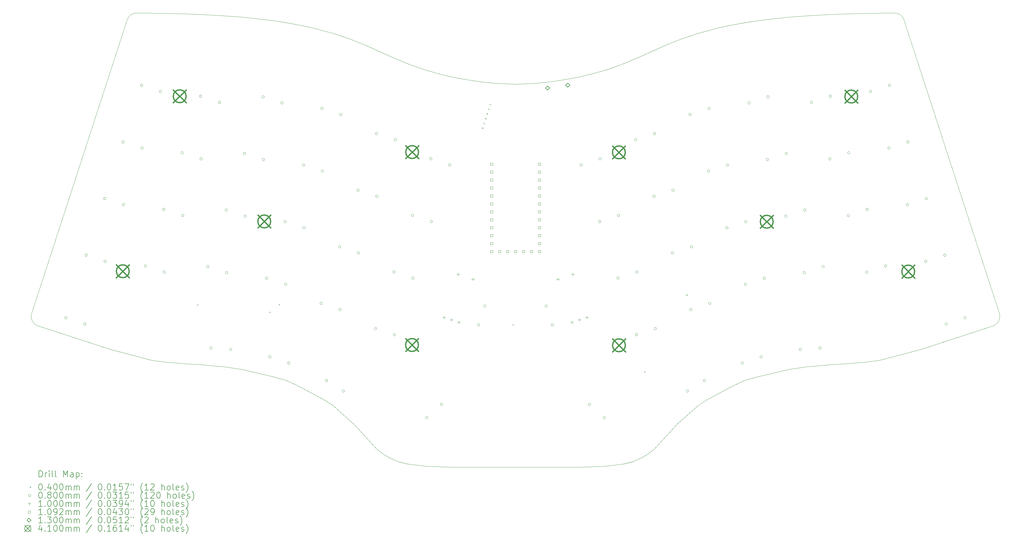
<source format=gbr>
%FSLAX45Y45*%
G04 Gerber Fmt 4.5, Leading zero omitted, Abs format (unit mm)*
G04 Created by KiCad (PCBNEW (6.0.2-0)) date 2022-02-19 09:02:35*
%MOMM*%
%LPD*%
G01*
G04 APERTURE LIST*
%TA.AperFunction,Profile*%
%ADD10C,0.099999*%
%TD*%
%TA.AperFunction,Profile*%
%ADD11C,0.100000*%
%TD*%
%ADD12C,0.200000*%
%ADD13C,0.040000*%
%ADD14C,0.080000*%
%ADD15C,0.100000*%
%ADD16C,0.109220*%
%ADD17C,0.130000*%
%ADD18C,0.410000*%
G04 APERTURE END LIST*
D10*
X19536736Y-6339585D02*
X19928690Y-6371445D01*
X32833798Y-4191490D02*
X32859195Y-4216890D01*
X14336450Y-4674709D02*
X14713937Y-4777511D01*
X31078505Y-4145172D02*
X31891224Y-4128079D01*
X27833691Y-15883053D02*
X28265552Y-15756319D01*
D11*
X23964996Y-18553865D02*
X23331656Y-18628849D01*
D10*
X14686880Y-16690773D02*
X15057721Y-17020973D01*
X25382575Y-5116544D02*
X25595538Y-5032484D01*
X32904913Y-4277850D02*
X32920157Y-4308330D01*
X16267203Y-5393642D02*
X16667279Y-5573523D01*
D11*
X20512255Y-18654249D02*
X19394656Y-18654249D01*
D10*
X27376489Y-16098953D02*
X27833691Y-15883053D01*
X30627692Y-15375053D02*
X30945209Y-15352584D01*
X31891224Y-4128079D02*
X32386660Y-4122621D01*
X29853009Y-15438785D02*
X29268790Y-15527453D01*
X30627692Y-15375053D02*
X29853009Y-15438785D01*
X24357232Y-5573523D02*
X24757309Y-5393642D01*
X28669921Y-4309742D02*
X29290406Y-4248864D01*
D11*
X7532961Y-14876694D02*
X8879161Y-15232294D01*
D10*
X18072436Y-6069846D02*
X18450387Y-6159956D01*
D11*
X5041318Y-13735385D02*
G75*
G03*
X5248467Y-14134416I299392J-97861D01*
G01*
D10*
X13302730Y-4446177D02*
X13719220Y-4524991D01*
X24731932Y-18241253D02*
X24955596Y-18071266D01*
X32859195Y-4216890D02*
X32884598Y-4247370D01*
X23768643Y-5811150D02*
X23994299Y-5726625D01*
X9946006Y-4145172D02*
X10529812Y-4166579D01*
X15641936Y-5116544D02*
X15892043Y-5227383D01*
X8368515Y-4120369D02*
X8637852Y-4122621D01*
X10529812Y-4166579D02*
X11125845Y-4201143D01*
D11*
X32145350Y-15232294D02*
X33491550Y-14876694D01*
D10*
X18765813Y-6222357D02*
X19157387Y-6287550D01*
X26310575Y-4777511D02*
X26688061Y-4674709D01*
X21097090Y-6371444D02*
X21487775Y-6339585D01*
X16754714Y-18477667D02*
X17059515Y-18553865D01*
X24269798Y-18477666D02*
X24533958Y-18358286D01*
X11755722Y-15527453D02*
X11171503Y-15438785D01*
X11734106Y-4248864D02*
X12354591Y-4309742D01*
X32757596Y-4145770D02*
X32798236Y-4166090D01*
X10079302Y-15352585D02*
X10396820Y-15375053D01*
X15216011Y-4948423D02*
X15428974Y-5032484D01*
X13719220Y-4524991D02*
X14059564Y-4601013D01*
X22952076Y-6069846D02*
X23253879Y-5982528D01*
X21867125Y-6287550D02*
X22258698Y-6222357D01*
D11*
X32920157Y-4308330D02*
X35274867Y-11555380D01*
X17692856Y-18628850D02*
X17059515Y-18553865D01*
D10*
X17255868Y-5811151D02*
X17531822Y-5910230D01*
X14402402Y-16507893D02*
X14686880Y-16690773D01*
X14402402Y-16507893D02*
X13648111Y-16098787D01*
X29898667Y-4201143D02*
X30494700Y-4166579D01*
X8104354Y-4308329D02*
X8119598Y-4277850D01*
X8266916Y-4145770D02*
X8307556Y-4130530D01*
X16490554Y-18358286D02*
X16754714Y-18477667D01*
X23253879Y-5982528D02*
X23492690Y-5910229D01*
D11*
X16068915Y-18071265D02*
X15362523Y-17292752D01*
D10*
X24757309Y-5393642D02*
X25132468Y-5227383D01*
X19157387Y-6287550D02*
X19536736Y-6339585D01*
D11*
X31703209Y-15296585D02*
X32145350Y-15232294D01*
D10*
X29290406Y-4248864D02*
X29898667Y-4201143D01*
X25132468Y-5227383D02*
X25382575Y-5116544D01*
X8190713Y-4191490D02*
X8226275Y-4166090D01*
X29268790Y-15527453D02*
X28265552Y-15756319D01*
X32655997Y-4120370D02*
X32716956Y-4130530D01*
X11125845Y-4201143D02*
X11734106Y-4248864D01*
X8165317Y-4216890D02*
X8190713Y-4191490D01*
D11*
X21629856Y-18654249D02*
X20512256Y-18654250D01*
D10*
X28391639Y-4345363D02*
X28669921Y-4309742D01*
X15057721Y-17020973D02*
X15362523Y-17292752D01*
X25966791Y-17020973D02*
X26337631Y-16690773D01*
D11*
X18505655Y-18654249D02*
X17692856Y-18628850D01*
D10*
X32798236Y-4166090D02*
X32833798Y-4191490D01*
X9133287Y-4128079D02*
X9946006Y-4145172D01*
X12758960Y-15756319D02*
X11755722Y-15527453D01*
D11*
X23331656Y-18628849D02*
X22518856Y-18654250D01*
D10*
X12758960Y-15756319D02*
X13190820Y-15883053D01*
D11*
X35776045Y-14134416D02*
G75*
G03*
X35983193Y-13735385I-92245J301170D01*
G01*
D10*
X23492690Y-5910229D02*
X23768643Y-5811150D01*
X15892043Y-5227383D02*
X16267203Y-5393642D01*
D11*
X5749645Y-11555380D02*
X8104354Y-4308329D01*
X30945209Y-15352584D02*
X31703209Y-15296585D01*
X5248467Y-14134416D02*
X5721199Y-14288016D01*
X9321303Y-15296585D02*
X10079302Y-15352585D01*
X33491550Y-14876694D02*
X35303313Y-14288016D01*
D10*
X26337631Y-16690773D02*
X26622110Y-16507893D01*
X18450387Y-6159956D02*
X18765813Y-6222357D01*
X22574124Y-6159956D02*
X22952076Y-6069846D01*
X17531822Y-5910230D02*
X17770632Y-5982528D01*
X23964996Y-18553865D02*
X24269798Y-18477666D01*
X17770632Y-5982528D02*
X18072436Y-6069846D01*
X8637852Y-4122621D02*
X9133287Y-4128079D01*
X27376489Y-16098953D02*
X26622110Y-16507893D01*
X8119598Y-4277850D02*
X8139914Y-4247369D01*
X11171503Y-15438785D02*
X10396820Y-15375053D01*
D11*
X22518856Y-18654250D02*
X21629856Y-18654249D01*
D10*
X25661989Y-17292752D02*
X25966791Y-17020973D01*
X32386660Y-4122621D02*
X32655997Y-4120370D01*
X32884598Y-4247370D02*
X32904913Y-4277850D01*
X17030213Y-5726625D02*
X17255868Y-5811151D01*
X23994299Y-5726625D02*
X24357232Y-5573523D01*
D11*
X35274867Y-11555380D02*
X35983193Y-13735385D01*
D10*
X14059564Y-4601013D02*
X14336450Y-4674709D01*
X22258698Y-6222357D02*
X22574124Y-6159956D01*
X16068915Y-18071265D02*
X16292580Y-18241253D01*
X32716956Y-4130530D02*
X32757596Y-4145770D01*
D11*
X19394656Y-18654249D02*
X18505655Y-18654249D01*
X35303313Y-14288016D02*
X35776045Y-14134416D01*
D10*
X25808500Y-4948424D02*
X26310575Y-4777511D01*
X12999531Y-4396933D02*
X13302730Y-4446177D01*
D11*
X5721199Y-14288016D02*
X7532961Y-14876694D01*
D10*
X8307556Y-4130530D02*
X8368515Y-4120369D01*
X14713937Y-4777511D02*
X15216011Y-4948423D01*
X12354591Y-4309742D02*
X12632873Y-4345363D01*
X24533958Y-18358286D02*
X24731932Y-18241253D01*
X8226275Y-4166090D02*
X8266916Y-4145770D01*
X20512890Y-6396845D02*
X21097090Y-6371444D01*
X19928690Y-6371445D02*
X20512890Y-6396845D01*
X13190820Y-15883053D02*
X13648111Y-16098787D01*
D11*
X25661989Y-17292752D02*
X24955596Y-18071266D01*
D10*
X21487775Y-6339585D02*
X21867125Y-6287550D01*
X28024981Y-4396933D02*
X28391639Y-4345363D01*
X26964947Y-4601014D02*
X27305291Y-4524991D01*
X27305291Y-4524991D02*
X27721781Y-4446177D01*
X16292580Y-18241253D02*
X16490554Y-18358286D01*
X12632873Y-4345363D02*
X12999531Y-4396933D01*
X25595538Y-5032484D02*
X25808500Y-4948424D01*
D11*
X8879161Y-15232294D02*
X9321303Y-15296585D01*
D10*
X16667279Y-5573523D02*
X17030213Y-5726625D01*
X30494700Y-4166579D02*
X31078505Y-4145172D01*
X8139914Y-4247369D02*
X8165317Y-4216890D01*
X15428974Y-5032484D02*
X15641936Y-5116544D01*
X26688061Y-4674709D02*
X26964947Y-4601014D01*
X27721781Y-4446177D02*
X28024981Y-4396933D01*
D11*
X5041318Y-13735385D02*
X5749645Y-11555380D01*
D12*
D13*
X10332890Y-13441219D02*
X10372890Y-13481219D01*
X10372890Y-13441219D02*
X10332890Y-13481219D01*
X12634765Y-13679345D02*
X12674765Y-13719345D01*
X12674765Y-13679345D02*
X12634765Y-13719345D01*
X12942191Y-13435209D02*
X12982191Y-13475209D01*
X12982191Y-13435209D02*
X12942191Y-13475209D01*
X19441554Y-7781644D02*
X19481554Y-7821644D01*
X19481554Y-7781644D02*
X19441554Y-7821644D01*
X19490611Y-7630664D02*
X19530611Y-7670664D01*
X19530611Y-7630664D02*
X19490611Y-7670664D01*
X19539667Y-7479684D02*
X19579667Y-7519684D01*
X19579667Y-7479684D02*
X19539667Y-7519684D01*
X19588723Y-7328703D02*
X19628723Y-7368703D01*
X19628723Y-7328703D02*
X19588723Y-7368703D01*
X19637780Y-7177723D02*
X19677780Y-7217723D01*
X19677780Y-7177723D02*
X19637780Y-7217723D01*
X19686837Y-7026743D02*
X19726837Y-7066743D01*
X19726837Y-7026743D02*
X19686837Y-7066743D01*
X20413515Y-14076220D02*
X20453515Y-14116220D01*
X20453515Y-14076220D02*
X20413515Y-14116220D01*
X24620390Y-15584345D02*
X24660390Y-15624345D01*
X24660390Y-15584345D02*
X24620390Y-15624345D01*
X25969765Y-13123720D02*
X26009765Y-13163720D01*
X26009765Y-13123720D02*
X25969765Y-13163720D01*
D14*
X6177790Y-13874859D02*
G75*
G03*
X6177790Y-13874859I-40000J0D01*
G01*
X6781711Y-14071085D02*
G75*
G03*
X6781711Y-14071085I-40000J0D01*
G01*
X6829260Y-11869841D02*
G75*
G03*
X6829260Y-11869841I-40000J0D01*
G01*
X7417937Y-10058079D02*
G75*
G03*
X7417937Y-10058079I-40000J0D01*
G01*
X7433181Y-12066067D02*
G75*
G03*
X7433181Y-12066067I-40000J0D01*
G01*
X8006615Y-8246316D02*
G75*
G03*
X8006615Y-8246316I-40000J0D01*
G01*
X8021858Y-10254305D02*
G75*
G03*
X8021858Y-10254305I-40000J0D01*
G01*
X8595292Y-6434553D02*
G75*
G03*
X8595292Y-6434553I-40000J0D01*
G01*
X8610536Y-8442542D02*
G75*
G03*
X8610536Y-8442542I-40000J0D01*
G01*
X8719513Y-12216950D02*
G75*
G03*
X8719513Y-12216950I-40000J0D01*
G01*
X9199213Y-6630779D02*
G75*
G03*
X9199213Y-6630779I-40000J0D01*
G01*
X9308190Y-10405188D02*
G75*
G03*
X9308190Y-10405188I-40000J0D01*
G01*
X9323434Y-12413176D02*
G75*
G03*
X9323434Y-12413176I-40000J0D01*
G01*
X9896868Y-8593425D02*
G75*
G03*
X9896868Y-8593425I-40000J0D01*
G01*
X9912111Y-10601414D02*
G75*
G03*
X9912111Y-10601414I-40000J0D01*
G01*
X10485545Y-6781662D02*
G75*
G03*
X10485545Y-6781662I-40000J0D01*
G01*
X10500789Y-8789651D02*
G75*
G03*
X10500789Y-8789651I-40000J0D01*
G01*
X10715728Y-12237942D02*
G75*
G03*
X10715728Y-12237942I-40000J0D01*
G01*
X10814750Y-14843977D02*
G75*
G03*
X10814750Y-14843977I-40000J0D01*
G01*
X11089466Y-6977888D02*
G75*
G03*
X11089466Y-6977888I-40000J0D01*
G01*
X11304405Y-10426180D02*
G75*
G03*
X11304405Y-10426180I-40000J0D01*
G01*
X11319649Y-12434168D02*
G75*
G03*
X11319649Y-12434168I-40000J0D01*
G01*
X11448204Y-14888272D02*
G75*
G03*
X11448204Y-14888272I-40000J0D01*
G01*
X11893082Y-8614417D02*
G75*
G03*
X11893082Y-8614417I-40000J0D01*
G01*
X11908326Y-10622406D02*
G75*
G03*
X11908326Y-10622406I-40000J0D01*
G01*
X12481760Y-6802654D02*
G75*
G03*
X12481760Y-6802654I-40000J0D01*
G01*
X12497003Y-8810643D02*
G75*
G03*
X12497003Y-8810643I-40000J0D01*
G01*
X12598131Y-12609208D02*
G75*
G03*
X12598131Y-12609208I-40000J0D01*
G01*
X12697778Y-15128020D02*
G75*
G03*
X12697778Y-15128020I-40000J0D01*
G01*
X13085681Y-6998880D02*
G75*
G03*
X13085681Y-6998880I-40000J0D01*
G01*
X13186809Y-10797445D02*
G75*
G03*
X13186809Y-10797445I-40000J0D01*
G01*
X13202052Y-12805434D02*
G75*
G03*
X13202052Y-12805434I-40000J0D01*
G01*
X13301699Y-15324246D02*
G75*
G03*
X13301699Y-15324246I-40000J0D01*
G01*
X13775486Y-8985683D02*
G75*
G03*
X13775486Y-8985683I-40000J0D01*
G01*
X13790730Y-10993671D02*
G75*
G03*
X13790730Y-10993671I-40000J0D01*
G01*
X14339253Y-13415297D02*
G75*
G03*
X14339253Y-13415297I-40000J0D01*
G01*
X14364164Y-7173920D02*
G75*
G03*
X14364164Y-7173920I-40000J0D01*
G01*
X14379407Y-9181909D02*
G75*
G03*
X14379407Y-9181909I-40000J0D01*
G01*
X14512730Y-15883997D02*
G75*
G03*
X14512730Y-15883997I-40000J0D01*
G01*
X14927930Y-11603534D02*
G75*
G03*
X14927930Y-11603534I-40000J0D01*
G01*
X14943174Y-13611522D02*
G75*
G03*
X14943174Y-13611522I-40000J0D01*
G01*
X14968085Y-7370146D02*
G75*
G03*
X14968085Y-7370146I-40000J0D01*
G01*
X15051241Y-16220496D02*
G75*
G03*
X15051241Y-16220496I-40000J0D01*
G01*
X15516608Y-9791772D02*
G75*
G03*
X15516608Y-9791772I-40000J0D01*
G01*
X15531851Y-11799760D02*
G75*
G03*
X15531851Y-11799760I-40000J0D01*
G01*
X16080374Y-14221386D02*
G75*
G03*
X16080374Y-14221386I-40000J0D01*
G01*
X16105285Y-7980009D02*
G75*
G03*
X16105285Y-7980009I-40000J0D01*
G01*
X16120529Y-9987997D02*
G75*
G03*
X16120529Y-9987997I-40000J0D01*
G01*
X16669052Y-12409623D02*
G75*
G03*
X16669052Y-12409623I-40000J0D01*
G01*
X16684295Y-14417612D02*
G75*
G03*
X16684295Y-14417612I-40000J0D01*
G01*
X16709206Y-8176235D02*
G75*
G03*
X16709206Y-8176235I-40000J0D01*
G01*
X17257729Y-10597861D02*
G75*
G03*
X17257729Y-10597861I-40000J0D01*
G01*
X17272973Y-12605849D02*
G75*
G03*
X17272973Y-12605849I-40000J0D01*
G01*
X17715981Y-17071753D02*
G75*
G03*
X17715981Y-17071753I-40000J0D01*
G01*
X17846425Y-8786041D02*
G75*
G03*
X17846425Y-8786041I-40000J0D01*
G01*
X17861650Y-10794086D02*
G75*
G03*
X17861650Y-10794086I-40000J0D01*
G01*
X18187878Y-16646855D02*
G75*
G03*
X18187878Y-16646855I-40000J0D01*
G01*
X18450346Y-8982267D02*
G75*
G03*
X18450346Y-8982267I-40000J0D01*
G01*
X19373770Y-14103007D02*
G75*
G03*
X19373770Y-14103007I-40000J0D01*
G01*
X19569996Y-13499087D02*
G75*
G03*
X19569996Y-13499087I-40000J0D01*
G01*
X21534516Y-13499086D02*
G75*
G03*
X21534516Y-13499086I-40000J0D01*
G01*
X21730741Y-14103007D02*
G75*
G03*
X21730741Y-14103007I-40000J0D01*
G01*
X22654185Y-8982324D02*
G75*
G03*
X22654185Y-8982324I-40000J0D01*
G01*
X22916704Y-16646832D02*
G75*
G03*
X22916704Y-16646832I-40000J0D01*
G01*
X23242862Y-10794086D02*
G75*
G03*
X23242862Y-10794086I-40000J0D01*
G01*
X23258106Y-8786098D02*
G75*
G03*
X23258106Y-8786098I-40000J0D01*
G01*
X23388601Y-17071730D02*
G75*
G03*
X23388601Y-17071730I-40000J0D01*
G01*
X23831539Y-12605849D02*
G75*
G03*
X23831539Y-12605849I-40000J0D01*
G01*
X23846783Y-10597861D02*
G75*
G03*
X23846783Y-10597861I-40000J0D01*
G01*
X24395306Y-8176235D02*
G75*
G03*
X24395306Y-8176235I-40000J0D01*
G01*
X24420217Y-14417612D02*
G75*
G03*
X24420217Y-14417612I-40000J0D01*
G01*
X24435460Y-12409623D02*
G75*
G03*
X24435460Y-12409623I-40000J0D01*
G01*
X24983983Y-9987997D02*
G75*
G03*
X24983983Y-9987997I-40000J0D01*
G01*
X24999227Y-7980009D02*
G75*
G03*
X24999227Y-7980009I-40000J0D01*
G01*
X25024137Y-14221386D02*
G75*
G03*
X25024137Y-14221386I-40000J0D01*
G01*
X25572661Y-11799760D02*
G75*
G03*
X25572661Y-11799760I-40000J0D01*
G01*
X25587904Y-9791772D02*
G75*
G03*
X25587904Y-9791772I-40000J0D01*
G01*
X26053271Y-16220496D02*
G75*
G03*
X26053271Y-16220496I-40000J0D01*
G01*
X26136427Y-7370146D02*
G75*
G03*
X26136427Y-7370146I-40000J0D01*
G01*
X26161338Y-13611523D02*
G75*
G03*
X26161338Y-13611523I-40000J0D01*
G01*
X26176581Y-11603534D02*
G75*
G03*
X26176581Y-11603534I-40000J0D01*
G01*
X26591782Y-15883997D02*
G75*
G03*
X26591782Y-15883997I-40000J0D01*
G01*
X26725105Y-9181908D02*
G75*
G03*
X26725105Y-9181908I-40000J0D01*
G01*
X26740348Y-7173920D02*
G75*
G03*
X26740348Y-7173920I-40000J0D01*
G01*
X26765259Y-13415297D02*
G75*
G03*
X26765259Y-13415297I-40000J0D01*
G01*
X27313782Y-10993671D02*
G75*
G03*
X27313782Y-10993671I-40000J0D01*
G01*
X27329026Y-8985683D02*
G75*
G03*
X27329026Y-8985683I-40000J0D01*
G01*
X27802813Y-15324246D02*
G75*
G03*
X27802813Y-15324246I-40000J0D01*
G01*
X27902460Y-12805434D02*
G75*
G03*
X27902460Y-12805434I-40000J0D01*
G01*
X27917703Y-10797445D02*
G75*
G03*
X27917703Y-10797445I-40000J0D01*
G01*
X28018831Y-6998880D02*
G75*
G03*
X28018831Y-6998880I-40000J0D01*
G01*
X28406734Y-15128020D02*
G75*
G03*
X28406734Y-15128020I-40000J0D01*
G01*
X28506381Y-12609208D02*
G75*
G03*
X28506381Y-12609208I-40000J0D01*
G01*
X28607509Y-8810643D02*
G75*
G03*
X28607509Y-8810643I-40000J0D01*
G01*
X28622752Y-6802654D02*
G75*
G03*
X28622752Y-6802654I-40000J0D01*
G01*
X29196186Y-10622405D02*
G75*
G03*
X29196186Y-10622405I-40000J0D01*
G01*
X29211430Y-8614417D02*
G75*
G03*
X29211430Y-8614417I-40000J0D01*
G01*
X29656670Y-14889384D02*
G75*
G03*
X29656670Y-14889384I-40000J0D01*
G01*
X29784863Y-12434168D02*
G75*
G03*
X29784863Y-12434168I-40000J0D01*
G01*
X29800107Y-10426180D02*
G75*
G03*
X29800107Y-10426180I-40000J0D01*
G01*
X30015065Y-6977945D02*
G75*
G03*
X30015065Y-6977945I-40000J0D01*
G01*
X30290123Y-14845089D02*
G75*
G03*
X30290123Y-14845089I-40000J0D01*
G01*
X30388784Y-12237942D02*
G75*
G03*
X30388784Y-12237942I-40000J0D01*
G01*
X30603742Y-8789708D02*
G75*
G03*
X30603742Y-8789708I-40000J0D01*
G01*
X30618986Y-6781719D02*
G75*
G03*
X30618986Y-6781719I-40000J0D01*
G01*
X31192419Y-10601471D02*
G75*
G03*
X31192419Y-10601471I-40000J0D01*
G01*
X31207663Y-8593482D02*
G75*
G03*
X31207663Y-8593482I-40000J0D01*
G01*
X31781167Y-12413210D02*
G75*
G03*
X31781167Y-12413210I-40000J0D01*
G01*
X31796340Y-10405245D02*
G75*
G03*
X31796340Y-10405245I-40000J0D01*
G01*
X31905318Y-6630836D02*
G75*
G03*
X31905318Y-6630836I-40000J0D01*
G01*
X32385088Y-12216985D02*
G75*
G03*
X32385088Y-12216985I-40000J0D01*
G01*
X32493995Y-8442599D02*
G75*
G03*
X32493995Y-8442599I-40000J0D01*
G01*
X32509239Y-6434610D02*
G75*
G03*
X32509239Y-6434610I-40000J0D01*
G01*
X33082672Y-10254362D02*
G75*
G03*
X33082672Y-10254362I-40000J0D01*
G01*
X33097916Y-8246373D02*
G75*
G03*
X33097916Y-8246373I-40000J0D01*
G01*
X33671350Y-12066124D02*
G75*
G03*
X33671350Y-12066124I-40000J0D01*
G01*
X33686593Y-10058136D02*
G75*
G03*
X33686593Y-10058136I-40000J0D01*
G01*
X34275271Y-11869898D02*
G75*
G03*
X34275271Y-11869898I-40000J0D01*
G01*
X34322819Y-14071142D02*
G75*
G03*
X34322819Y-14071142I-40000J0D01*
G01*
X34926740Y-13874916D02*
G75*
G03*
X34926740Y-13874916I-40000J0D01*
G01*
D15*
X18230078Y-13815314D02*
X18230078Y-13915314D01*
X18180078Y-13865314D02*
X18280078Y-13865314D01*
X18467842Y-13892569D02*
X18467842Y-13992569D01*
X18417842Y-13942569D02*
X18517842Y-13942569D01*
X18678153Y-12436282D02*
X18678153Y-12536282D01*
X18628153Y-12486282D02*
X18728153Y-12486282D01*
X18705606Y-13969823D02*
X18705606Y-14069823D01*
X18655606Y-14019823D02*
X18755606Y-14019823D01*
X19153681Y-12590791D02*
X19153681Y-12690791D01*
X19103681Y-12640791D02*
X19203681Y-12640791D01*
X21870831Y-12590791D02*
X21870831Y-12690791D01*
X21820831Y-12640791D02*
X21920831Y-12640791D01*
X22318905Y-13969823D02*
X22318905Y-14069823D01*
X22268905Y-14019823D02*
X22368905Y-14019823D01*
X22346359Y-12436282D02*
X22346359Y-12536282D01*
X22296359Y-12486282D02*
X22396359Y-12486282D01*
X22556669Y-13892568D02*
X22556669Y-13992568D01*
X22506669Y-13942568D02*
X22606669Y-13942568D01*
X22794434Y-13815314D02*
X22794434Y-13915314D01*
X22744434Y-13865314D02*
X22844434Y-13865314D01*
D16*
X19788872Y-8998765D02*
X19788872Y-8921534D01*
X19711641Y-8921534D01*
X19711641Y-8998765D01*
X19788872Y-8998765D01*
X19788872Y-9252765D02*
X19788872Y-9175534D01*
X19711641Y-9175534D01*
X19711641Y-9252765D01*
X19788872Y-9252765D01*
X19788872Y-9506765D02*
X19788872Y-9429534D01*
X19711641Y-9429534D01*
X19711641Y-9506765D01*
X19788872Y-9506765D01*
X19788872Y-9760765D02*
X19788872Y-9683534D01*
X19711641Y-9683534D01*
X19711641Y-9760765D01*
X19788872Y-9760765D01*
X19788872Y-10014765D02*
X19788872Y-9937534D01*
X19711641Y-9937534D01*
X19711641Y-10014765D01*
X19788872Y-10014765D01*
X19788872Y-10268765D02*
X19788872Y-10191534D01*
X19711641Y-10191534D01*
X19711641Y-10268765D01*
X19788872Y-10268765D01*
X19788872Y-10522765D02*
X19788872Y-10445534D01*
X19711641Y-10445534D01*
X19711641Y-10522765D01*
X19788872Y-10522765D01*
X19788872Y-10776765D02*
X19788872Y-10699534D01*
X19711641Y-10699534D01*
X19711641Y-10776765D01*
X19788872Y-10776765D01*
X19788872Y-11030765D02*
X19788872Y-10953534D01*
X19711641Y-10953534D01*
X19711641Y-11030765D01*
X19788872Y-11030765D01*
X19788872Y-11284765D02*
X19788872Y-11207534D01*
X19711641Y-11207534D01*
X19711641Y-11284765D01*
X19788872Y-11284765D01*
X19788872Y-11538765D02*
X19788872Y-11461534D01*
X19711641Y-11461534D01*
X19711641Y-11538765D01*
X19788872Y-11538765D01*
X19788872Y-11792765D02*
X19788872Y-11715534D01*
X19711641Y-11715534D01*
X19711641Y-11792765D01*
X19788872Y-11792765D01*
X20042872Y-11792765D02*
X20042872Y-11715534D01*
X19965641Y-11715534D01*
X19965641Y-11792765D01*
X20042872Y-11792765D01*
X20296872Y-11792765D02*
X20296872Y-11715534D01*
X20219641Y-11715534D01*
X20219641Y-11792765D01*
X20296872Y-11792765D01*
X20550872Y-11792765D02*
X20550872Y-11715534D01*
X20473641Y-11715534D01*
X20473641Y-11792765D01*
X20550872Y-11792765D01*
X20804872Y-11792765D02*
X20804872Y-11715534D01*
X20727641Y-11715534D01*
X20727641Y-11792765D01*
X20804872Y-11792765D01*
X21058872Y-11792765D02*
X21058872Y-11715534D01*
X20981641Y-11715534D01*
X20981641Y-11792765D01*
X21058872Y-11792765D01*
X21312872Y-8998765D02*
X21312872Y-8921534D01*
X21235641Y-8921534D01*
X21235641Y-8998765D01*
X21312872Y-8998765D01*
X21312872Y-9252765D02*
X21312872Y-9175534D01*
X21235641Y-9175534D01*
X21235641Y-9252765D01*
X21312872Y-9252765D01*
X21312872Y-9506765D02*
X21312872Y-9429534D01*
X21235641Y-9429534D01*
X21235641Y-9506765D01*
X21312872Y-9506765D01*
X21312872Y-9760765D02*
X21312872Y-9683534D01*
X21235641Y-9683534D01*
X21235641Y-9760765D01*
X21312872Y-9760765D01*
X21312872Y-10014765D02*
X21312872Y-9937534D01*
X21235641Y-9937534D01*
X21235641Y-10014765D01*
X21312872Y-10014765D01*
X21312872Y-10268765D02*
X21312872Y-10191534D01*
X21235641Y-10191534D01*
X21235641Y-10268765D01*
X21312872Y-10268765D01*
X21312872Y-10522765D02*
X21312872Y-10445534D01*
X21235641Y-10445534D01*
X21235641Y-10522765D01*
X21312872Y-10522765D01*
X21312872Y-10776765D02*
X21312872Y-10699534D01*
X21235641Y-10699534D01*
X21235641Y-10776765D01*
X21312872Y-10776765D01*
X21312872Y-11030765D02*
X21312872Y-10953534D01*
X21235641Y-10953534D01*
X21235641Y-11030765D01*
X21312872Y-11030765D01*
X21312872Y-11284765D02*
X21312872Y-11207534D01*
X21235641Y-11207534D01*
X21235641Y-11284765D01*
X21312872Y-11284765D01*
X21312872Y-11538765D02*
X21312872Y-11461534D01*
X21235641Y-11461534D01*
X21235641Y-11538765D01*
X21312872Y-11538765D01*
X21312872Y-11792765D02*
X21312872Y-11715534D01*
X21235641Y-11715534D01*
X21235641Y-11792765D01*
X21312872Y-11792765D01*
D17*
X21540428Y-6586451D02*
X21605428Y-6521451D01*
X21540428Y-6456451D01*
X21475428Y-6521451D01*
X21540428Y-6586451D01*
X22184102Y-6495988D02*
X22249102Y-6430988D01*
X22184102Y-6365988D01*
X22119102Y-6430988D01*
X22184102Y-6495988D01*
D18*
X7751857Y-12181154D02*
X8161857Y-12591154D01*
X8161857Y-12181154D02*
X7751857Y-12591154D01*
X8161857Y-12386154D02*
G75*
G03*
X8161857Y-12386154I-205000J0D01*
G01*
X9571851Y-6579787D02*
X9981851Y-6989787D01*
X9981851Y-6579787D02*
X9571851Y-6989787D01*
X9981851Y-6784787D02*
G75*
G03*
X9981851Y-6784787I-205000J0D01*
G01*
X12276077Y-10586455D02*
X12686077Y-10996455D01*
X12686077Y-10586455D02*
X12276077Y-10996455D01*
X12686077Y-10791455D02*
G75*
G03*
X12686077Y-10791455I-205000J0D01*
G01*
X17000047Y-14541700D02*
X17410047Y-14951700D01*
X17410047Y-14541700D02*
X17000047Y-14951700D01*
X17410047Y-14746700D02*
G75*
G03*
X17410047Y-14746700I-205000J0D01*
G01*
X17003372Y-8366754D02*
X17413372Y-8776754D01*
X17413372Y-8366754D02*
X17003372Y-8776754D01*
X17413372Y-8571754D02*
G75*
G03*
X17413372Y-8571754I-205000J0D01*
G01*
X23613931Y-8375863D02*
X24023931Y-8785863D01*
X24023931Y-8375863D02*
X23613931Y-8785863D01*
X24023931Y-8580863D02*
G75*
G03*
X24023931Y-8580863I-205000J0D01*
G01*
X23617257Y-14550808D02*
X24027257Y-14960808D01*
X24027257Y-14550808D02*
X23617257Y-14960808D01*
X24027257Y-14755808D02*
G75*
G03*
X24027257Y-14755808I-205000J0D01*
G01*
X28341226Y-10595563D02*
X28751226Y-11005563D01*
X28751226Y-10595563D02*
X28341226Y-11005563D01*
X28751226Y-10800563D02*
G75*
G03*
X28751226Y-10800563I-205000J0D01*
G01*
X31045452Y-6588896D02*
X31455452Y-6998896D01*
X31455452Y-6588896D02*
X31045452Y-6998896D01*
X31455452Y-6793896D02*
G75*
G03*
X31455452Y-6793896I-205000J0D01*
G01*
X32865446Y-12190262D02*
X33275446Y-12600262D01*
X33275446Y-12190262D02*
X32865446Y-12600262D01*
X33275446Y-12395262D02*
G75*
G03*
X33275446Y-12395262I-205000J0D01*
G01*
D12*
X5278350Y-18969726D02*
X5278350Y-18769726D01*
X5325969Y-18769726D01*
X5354540Y-18779250D01*
X5373588Y-18798297D01*
X5383111Y-18817345D01*
X5392635Y-18855440D01*
X5392635Y-18884011D01*
X5383111Y-18922107D01*
X5373588Y-18941154D01*
X5354540Y-18960202D01*
X5325969Y-18969726D01*
X5278350Y-18969726D01*
X5478350Y-18969726D02*
X5478350Y-18836392D01*
X5478350Y-18874488D02*
X5487873Y-18855440D01*
X5497397Y-18845916D01*
X5516445Y-18836392D01*
X5535492Y-18836392D01*
X5602159Y-18969726D02*
X5602159Y-18836392D01*
X5602159Y-18769726D02*
X5592635Y-18779250D01*
X5602159Y-18788773D01*
X5611683Y-18779250D01*
X5602159Y-18769726D01*
X5602159Y-18788773D01*
X5725968Y-18969726D02*
X5706921Y-18960202D01*
X5697397Y-18941154D01*
X5697397Y-18769726D01*
X5830730Y-18969726D02*
X5811683Y-18960202D01*
X5802159Y-18941154D01*
X5802159Y-18769726D01*
X6059302Y-18969726D02*
X6059302Y-18769726D01*
X6125968Y-18912583D01*
X6192635Y-18769726D01*
X6192635Y-18969726D01*
X6373588Y-18969726D02*
X6373588Y-18864964D01*
X6364064Y-18845916D01*
X6345016Y-18836392D01*
X6306921Y-18836392D01*
X6287873Y-18845916D01*
X6373588Y-18960202D02*
X6354540Y-18969726D01*
X6306921Y-18969726D01*
X6287873Y-18960202D01*
X6278349Y-18941154D01*
X6278349Y-18922107D01*
X6287873Y-18903059D01*
X6306921Y-18893535D01*
X6354540Y-18893535D01*
X6373588Y-18884011D01*
X6468826Y-18836392D02*
X6468826Y-19036392D01*
X6468826Y-18845916D02*
X6487873Y-18836392D01*
X6525968Y-18836392D01*
X6545016Y-18845916D01*
X6554540Y-18855440D01*
X6564064Y-18874488D01*
X6564064Y-18931630D01*
X6554540Y-18950678D01*
X6545016Y-18960202D01*
X6525968Y-18969726D01*
X6487873Y-18969726D01*
X6468826Y-18960202D01*
X6649778Y-18950678D02*
X6659302Y-18960202D01*
X6649778Y-18969726D01*
X6640254Y-18960202D01*
X6649778Y-18950678D01*
X6649778Y-18969726D01*
X6649778Y-18845916D02*
X6659302Y-18855440D01*
X6649778Y-18864964D01*
X6640254Y-18855440D01*
X6649778Y-18845916D01*
X6649778Y-18864964D01*
D13*
X4980731Y-19279250D02*
X5020731Y-19319250D01*
X5020731Y-19279250D02*
X4980731Y-19319250D01*
D12*
X5316445Y-19189726D02*
X5335492Y-19189726D01*
X5354540Y-19199250D01*
X5364064Y-19208773D01*
X5373588Y-19227821D01*
X5383111Y-19265916D01*
X5383111Y-19313535D01*
X5373588Y-19351630D01*
X5364064Y-19370678D01*
X5354540Y-19380202D01*
X5335492Y-19389726D01*
X5316445Y-19389726D01*
X5297397Y-19380202D01*
X5287873Y-19370678D01*
X5278350Y-19351630D01*
X5268826Y-19313535D01*
X5268826Y-19265916D01*
X5278350Y-19227821D01*
X5287873Y-19208773D01*
X5297397Y-19199250D01*
X5316445Y-19189726D01*
X5468826Y-19370678D02*
X5478350Y-19380202D01*
X5468826Y-19389726D01*
X5459302Y-19380202D01*
X5468826Y-19370678D01*
X5468826Y-19389726D01*
X5649778Y-19256392D02*
X5649778Y-19389726D01*
X5602159Y-19180202D02*
X5554540Y-19323059D01*
X5678349Y-19323059D01*
X5792635Y-19189726D02*
X5811683Y-19189726D01*
X5830730Y-19199250D01*
X5840254Y-19208773D01*
X5849778Y-19227821D01*
X5859302Y-19265916D01*
X5859302Y-19313535D01*
X5849778Y-19351630D01*
X5840254Y-19370678D01*
X5830730Y-19380202D01*
X5811683Y-19389726D01*
X5792635Y-19389726D01*
X5773588Y-19380202D01*
X5764064Y-19370678D01*
X5754540Y-19351630D01*
X5745016Y-19313535D01*
X5745016Y-19265916D01*
X5754540Y-19227821D01*
X5764064Y-19208773D01*
X5773588Y-19199250D01*
X5792635Y-19189726D01*
X5983111Y-19189726D02*
X6002159Y-19189726D01*
X6021207Y-19199250D01*
X6030730Y-19208773D01*
X6040254Y-19227821D01*
X6049778Y-19265916D01*
X6049778Y-19313535D01*
X6040254Y-19351630D01*
X6030730Y-19370678D01*
X6021207Y-19380202D01*
X6002159Y-19389726D01*
X5983111Y-19389726D01*
X5964064Y-19380202D01*
X5954540Y-19370678D01*
X5945016Y-19351630D01*
X5935492Y-19313535D01*
X5935492Y-19265916D01*
X5945016Y-19227821D01*
X5954540Y-19208773D01*
X5964064Y-19199250D01*
X5983111Y-19189726D01*
X6135492Y-19389726D02*
X6135492Y-19256392D01*
X6135492Y-19275440D02*
X6145016Y-19265916D01*
X6164064Y-19256392D01*
X6192635Y-19256392D01*
X6211683Y-19265916D01*
X6221207Y-19284964D01*
X6221207Y-19389726D01*
X6221207Y-19284964D02*
X6230730Y-19265916D01*
X6249778Y-19256392D01*
X6278349Y-19256392D01*
X6297397Y-19265916D01*
X6306921Y-19284964D01*
X6306921Y-19389726D01*
X6402159Y-19389726D02*
X6402159Y-19256392D01*
X6402159Y-19275440D02*
X6411683Y-19265916D01*
X6430730Y-19256392D01*
X6459302Y-19256392D01*
X6478349Y-19265916D01*
X6487873Y-19284964D01*
X6487873Y-19389726D01*
X6487873Y-19284964D02*
X6497397Y-19265916D01*
X6516445Y-19256392D01*
X6545016Y-19256392D01*
X6564064Y-19265916D01*
X6573588Y-19284964D01*
X6573588Y-19389726D01*
X6964064Y-19180202D02*
X6792635Y-19437345D01*
X7221207Y-19189726D02*
X7240254Y-19189726D01*
X7259302Y-19199250D01*
X7268826Y-19208773D01*
X7278349Y-19227821D01*
X7287873Y-19265916D01*
X7287873Y-19313535D01*
X7278349Y-19351630D01*
X7268826Y-19370678D01*
X7259302Y-19380202D01*
X7240254Y-19389726D01*
X7221207Y-19389726D01*
X7202159Y-19380202D01*
X7192635Y-19370678D01*
X7183111Y-19351630D01*
X7173588Y-19313535D01*
X7173588Y-19265916D01*
X7183111Y-19227821D01*
X7192635Y-19208773D01*
X7202159Y-19199250D01*
X7221207Y-19189726D01*
X7373588Y-19370678D02*
X7383111Y-19380202D01*
X7373588Y-19389726D01*
X7364064Y-19380202D01*
X7373588Y-19370678D01*
X7373588Y-19389726D01*
X7506921Y-19189726D02*
X7525968Y-19189726D01*
X7545016Y-19199250D01*
X7554540Y-19208773D01*
X7564064Y-19227821D01*
X7573588Y-19265916D01*
X7573588Y-19313535D01*
X7564064Y-19351630D01*
X7554540Y-19370678D01*
X7545016Y-19380202D01*
X7525968Y-19389726D01*
X7506921Y-19389726D01*
X7487873Y-19380202D01*
X7478349Y-19370678D01*
X7468826Y-19351630D01*
X7459302Y-19313535D01*
X7459302Y-19265916D01*
X7468826Y-19227821D01*
X7478349Y-19208773D01*
X7487873Y-19199250D01*
X7506921Y-19189726D01*
X7764064Y-19389726D02*
X7649778Y-19389726D01*
X7706921Y-19389726D02*
X7706921Y-19189726D01*
X7687873Y-19218297D01*
X7668826Y-19237345D01*
X7649778Y-19246869D01*
X7945016Y-19189726D02*
X7849778Y-19189726D01*
X7840254Y-19284964D01*
X7849778Y-19275440D01*
X7868826Y-19265916D01*
X7916445Y-19265916D01*
X7935492Y-19275440D01*
X7945016Y-19284964D01*
X7954540Y-19304011D01*
X7954540Y-19351630D01*
X7945016Y-19370678D01*
X7935492Y-19380202D01*
X7916445Y-19389726D01*
X7868826Y-19389726D01*
X7849778Y-19380202D01*
X7840254Y-19370678D01*
X8021207Y-19189726D02*
X8154540Y-19189726D01*
X8068826Y-19389726D01*
X8221207Y-19189726D02*
X8221207Y-19227821D01*
X8297397Y-19189726D02*
X8297397Y-19227821D01*
X8592635Y-19465916D02*
X8583111Y-19456392D01*
X8564064Y-19427821D01*
X8554540Y-19408773D01*
X8545016Y-19380202D01*
X8535492Y-19332583D01*
X8535492Y-19294488D01*
X8545016Y-19246869D01*
X8554540Y-19218297D01*
X8564064Y-19199250D01*
X8583111Y-19170678D01*
X8592635Y-19161154D01*
X8773588Y-19389726D02*
X8659302Y-19389726D01*
X8716445Y-19389726D02*
X8716445Y-19189726D01*
X8697397Y-19218297D01*
X8678350Y-19237345D01*
X8659302Y-19246869D01*
X8849778Y-19208773D02*
X8859302Y-19199250D01*
X8878350Y-19189726D01*
X8925969Y-19189726D01*
X8945016Y-19199250D01*
X8954540Y-19208773D01*
X8964064Y-19227821D01*
X8964064Y-19246869D01*
X8954540Y-19275440D01*
X8840254Y-19389726D01*
X8964064Y-19389726D01*
X9202159Y-19389726D02*
X9202159Y-19189726D01*
X9287873Y-19389726D02*
X9287873Y-19284964D01*
X9278350Y-19265916D01*
X9259302Y-19256392D01*
X9230730Y-19256392D01*
X9211683Y-19265916D01*
X9202159Y-19275440D01*
X9411683Y-19389726D02*
X9392635Y-19380202D01*
X9383111Y-19370678D01*
X9373588Y-19351630D01*
X9373588Y-19294488D01*
X9383111Y-19275440D01*
X9392635Y-19265916D01*
X9411683Y-19256392D01*
X9440254Y-19256392D01*
X9459302Y-19265916D01*
X9468826Y-19275440D01*
X9478350Y-19294488D01*
X9478350Y-19351630D01*
X9468826Y-19370678D01*
X9459302Y-19380202D01*
X9440254Y-19389726D01*
X9411683Y-19389726D01*
X9592635Y-19389726D02*
X9573588Y-19380202D01*
X9564064Y-19361154D01*
X9564064Y-19189726D01*
X9745016Y-19380202D02*
X9725969Y-19389726D01*
X9687873Y-19389726D01*
X9668826Y-19380202D01*
X9659302Y-19361154D01*
X9659302Y-19284964D01*
X9668826Y-19265916D01*
X9687873Y-19256392D01*
X9725969Y-19256392D01*
X9745016Y-19265916D01*
X9754540Y-19284964D01*
X9754540Y-19304011D01*
X9659302Y-19323059D01*
X9830730Y-19380202D02*
X9849778Y-19389726D01*
X9887873Y-19389726D01*
X9906921Y-19380202D01*
X9916445Y-19361154D01*
X9916445Y-19351630D01*
X9906921Y-19332583D01*
X9887873Y-19323059D01*
X9859302Y-19323059D01*
X9840254Y-19313535D01*
X9830730Y-19294488D01*
X9830730Y-19284964D01*
X9840254Y-19265916D01*
X9859302Y-19256392D01*
X9887873Y-19256392D01*
X9906921Y-19265916D01*
X9983111Y-19465916D02*
X9992635Y-19456392D01*
X10011683Y-19427821D01*
X10021207Y-19408773D01*
X10030730Y-19380202D01*
X10040254Y-19332583D01*
X10040254Y-19294488D01*
X10030730Y-19246869D01*
X10021207Y-19218297D01*
X10011683Y-19199250D01*
X9992635Y-19170678D01*
X9983111Y-19161154D01*
D14*
X5020731Y-19563250D02*
G75*
G03*
X5020731Y-19563250I-40000J0D01*
G01*
D12*
X5316445Y-19453726D02*
X5335492Y-19453726D01*
X5354540Y-19463250D01*
X5364064Y-19472773D01*
X5373588Y-19491821D01*
X5383111Y-19529916D01*
X5383111Y-19577535D01*
X5373588Y-19615630D01*
X5364064Y-19634678D01*
X5354540Y-19644202D01*
X5335492Y-19653726D01*
X5316445Y-19653726D01*
X5297397Y-19644202D01*
X5287873Y-19634678D01*
X5278350Y-19615630D01*
X5268826Y-19577535D01*
X5268826Y-19529916D01*
X5278350Y-19491821D01*
X5287873Y-19472773D01*
X5297397Y-19463250D01*
X5316445Y-19453726D01*
X5468826Y-19634678D02*
X5478350Y-19644202D01*
X5468826Y-19653726D01*
X5459302Y-19644202D01*
X5468826Y-19634678D01*
X5468826Y-19653726D01*
X5592635Y-19539440D02*
X5573588Y-19529916D01*
X5564064Y-19520392D01*
X5554540Y-19501345D01*
X5554540Y-19491821D01*
X5564064Y-19472773D01*
X5573588Y-19463250D01*
X5592635Y-19453726D01*
X5630730Y-19453726D01*
X5649778Y-19463250D01*
X5659302Y-19472773D01*
X5668826Y-19491821D01*
X5668826Y-19501345D01*
X5659302Y-19520392D01*
X5649778Y-19529916D01*
X5630730Y-19539440D01*
X5592635Y-19539440D01*
X5573588Y-19548964D01*
X5564064Y-19558488D01*
X5554540Y-19577535D01*
X5554540Y-19615630D01*
X5564064Y-19634678D01*
X5573588Y-19644202D01*
X5592635Y-19653726D01*
X5630730Y-19653726D01*
X5649778Y-19644202D01*
X5659302Y-19634678D01*
X5668826Y-19615630D01*
X5668826Y-19577535D01*
X5659302Y-19558488D01*
X5649778Y-19548964D01*
X5630730Y-19539440D01*
X5792635Y-19453726D02*
X5811683Y-19453726D01*
X5830730Y-19463250D01*
X5840254Y-19472773D01*
X5849778Y-19491821D01*
X5859302Y-19529916D01*
X5859302Y-19577535D01*
X5849778Y-19615630D01*
X5840254Y-19634678D01*
X5830730Y-19644202D01*
X5811683Y-19653726D01*
X5792635Y-19653726D01*
X5773588Y-19644202D01*
X5764064Y-19634678D01*
X5754540Y-19615630D01*
X5745016Y-19577535D01*
X5745016Y-19529916D01*
X5754540Y-19491821D01*
X5764064Y-19472773D01*
X5773588Y-19463250D01*
X5792635Y-19453726D01*
X5983111Y-19453726D02*
X6002159Y-19453726D01*
X6021207Y-19463250D01*
X6030730Y-19472773D01*
X6040254Y-19491821D01*
X6049778Y-19529916D01*
X6049778Y-19577535D01*
X6040254Y-19615630D01*
X6030730Y-19634678D01*
X6021207Y-19644202D01*
X6002159Y-19653726D01*
X5983111Y-19653726D01*
X5964064Y-19644202D01*
X5954540Y-19634678D01*
X5945016Y-19615630D01*
X5935492Y-19577535D01*
X5935492Y-19529916D01*
X5945016Y-19491821D01*
X5954540Y-19472773D01*
X5964064Y-19463250D01*
X5983111Y-19453726D01*
X6135492Y-19653726D02*
X6135492Y-19520392D01*
X6135492Y-19539440D02*
X6145016Y-19529916D01*
X6164064Y-19520392D01*
X6192635Y-19520392D01*
X6211683Y-19529916D01*
X6221207Y-19548964D01*
X6221207Y-19653726D01*
X6221207Y-19548964D02*
X6230730Y-19529916D01*
X6249778Y-19520392D01*
X6278349Y-19520392D01*
X6297397Y-19529916D01*
X6306921Y-19548964D01*
X6306921Y-19653726D01*
X6402159Y-19653726D02*
X6402159Y-19520392D01*
X6402159Y-19539440D02*
X6411683Y-19529916D01*
X6430730Y-19520392D01*
X6459302Y-19520392D01*
X6478349Y-19529916D01*
X6487873Y-19548964D01*
X6487873Y-19653726D01*
X6487873Y-19548964D02*
X6497397Y-19529916D01*
X6516445Y-19520392D01*
X6545016Y-19520392D01*
X6564064Y-19529916D01*
X6573588Y-19548964D01*
X6573588Y-19653726D01*
X6964064Y-19444202D02*
X6792635Y-19701345D01*
X7221207Y-19453726D02*
X7240254Y-19453726D01*
X7259302Y-19463250D01*
X7268826Y-19472773D01*
X7278349Y-19491821D01*
X7287873Y-19529916D01*
X7287873Y-19577535D01*
X7278349Y-19615630D01*
X7268826Y-19634678D01*
X7259302Y-19644202D01*
X7240254Y-19653726D01*
X7221207Y-19653726D01*
X7202159Y-19644202D01*
X7192635Y-19634678D01*
X7183111Y-19615630D01*
X7173588Y-19577535D01*
X7173588Y-19529916D01*
X7183111Y-19491821D01*
X7192635Y-19472773D01*
X7202159Y-19463250D01*
X7221207Y-19453726D01*
X7373588Y-19634678D02*
X7383111Y-19644202D01*
X7373588Y-19653726D01*
X7364064Y-19644202D01*
X7373588Y-19634678D01*
X7373588Y-19653726D01*
X7506921Y-19453726D02*
X7525968Y-19453726D01*
X7545016Y-19463250D01*
X7554540Y-19472773D01*
X7564064Y-19491821D01*
X7573588Y-19529916D01*
X7573588Y-19577535D01*
X7564064Y-19615630D01*
X7554540Y-19634678D01*
X7545016Y-19644202D01*
X7525968Y-19653726D01*
X7506921Y-19653726D01*
X7487873Y-19644202D01*
X7478349Y-19634678D01*
X7468826Y-19615630D01*
X7459302Y-19577535D01*
X7459302Y-19529916D01*
X7468826Y-19491821D01*
X7478349Y-19472773D01*
X7487873Y-19463250D01*
X7506921Y-19453726D01*
X7640254Y-19453726D02*
X7764064Y-19453726D01*
X7697397Y-19529916D01*
X7725968Y-19529916D01*
X7745016Y-19539440D01*
X7754540Y-19548964D01*
X7764064Y-19568011D01*
X7764064Y-19615630D01*
X7754540Y-19634678D01*
X7745016Y-19644202D01*
X7725968Y-19653726D01*
X7668826Y-19653726D01*
X7649778Y-19644202D01*
X7640254Y-19634678D01*
X7954540Y-19653726D02*
X7840254Y-19653726D01*
X7897397Y-19653726D02*
X7897397Y-19453726D01*
X7878349Y-19482297D01*
X7859302Y-19501345D01*
X7840254Y-19510869D01*
X8135492Y-19453726D02*
X8040254Y-19453726D01*
X8030730Y-19548964D01*
X8040254Y-19539440D01*
X8059302Y-19529916D01*
X8106921Y-19529916D01*
X8125968Y-19539440D01*
X8135492Y-19548964D01*
X8145016Y-19568011D01*
X8145016Y-19615630D01*
X8135492Y-19634678D01*
X8125968Y-19644202D01*
X8106921Y-19653726D01*
X8059302Y-19653726D01*
X8040254Y-19644202D01*
X8030730Y-19634678D01*
X8221207Y-19453726D02*
X8221207Y-19491821D01*
X8297397Y-19453726D02*
X8297397Y-19491821D01*
X8592635Y-19729916D02*
X8583111Y-19720392D01*
X8564064Y-19691821D01*
X8554540Y-19672773D01*
X8545016Y-19644202D01*
X8535492Y-19596583D01*
X8535492Y-19558488D01*
X8545016Y-19510869D01*
X8554540Y-19482297D01*
X8564064Y-19463250D01*
X8583111Y-19434678D01*
X8592635Y-19425154D01*
X8773588Y-19653726D02*
X8659302Y-19653726D01*
X8716445Y-19653726D02*
X8716445Y-19453726D01*
X8697397Y-19482297D01*
X8678350Y-19501345D01*
X8659302Y-19510869D01*
X8849778Y-19472773D02*
X8859302Y-19463250D01*
X8878350Y-19453726D01*
X8925969Y-19453726D01*
X8945016Y-19463250D01*
X8954540Y-19472773D01*
X8964064Y-19491821D01*
X8964064Y-19510869D01*
X8954540Y-19539440D01*
X8840254Y-19653726D01*
X8964064Y-19653726D01*
X9087873Y-19453726D02*
X9106921Y-19453726D01*
X9125969Y-19463250D01*
X9135492Y-19472773D01*
X9145016Y-19491821D01*
X9154540Y-19529916D01*
X9154540Y-19577535D01*
X9145016Y-19615630D01*
X9135492Y-19634678D01*
X9125969Y-19644202D01*
X9106921Y-19653726D01*
X9087873Y-19653726D01*
X9068826Y-19644202D01*
X9059302Y-19634678D01*
X9049778Y-19615630D01*
X9040254Y-19577535D01*
X9040254Y-19529916D01*
X9049778Y-19491821D01*
X9059302Y-19472773D01*
X9068826Y-19463250D01*
X9087873Y-19453726D01*
X9392635Y-19653726D02*
X9392635Y-19453726D01*
X9478350Y-19653726D02*
X9478350Y-19548964D01*
X9468826Y-19529916D01*
X9449778Y-19520392D01*
X9421207Y-19520392D01*
X9402159Y-19529916D01*
X9392635Y-19539440D01*
X9602159Y-19653726D02*
X9583111Y-19644202D01*
X9573588Y-19634678D01*
X9564064Y-19615630D01*
X9564064Y-19558488D01*
X9573588Y-19539440D01*
X9583111Y-19529916D01*
X9602159Y-19520392D01*
X9630730Y-19520392D01*
X9649778Y-19529916D01*
X9659302Y-19539440D01*
X9668826Y-19558488D01*
X9668826Y-19615630D01*
X9659302Y-19634678D01*
X9649778Y-19644202D01*
X9630730Y-19653726D01*
X9602159Y-19653726D01*
X9783111Y-19653726D02*
X9764064Y-19644202D01*
X9754540Y-19625154D01*
X9754540Y-19453726D01*
X9935492Y-19644202D02*
X9916445Y-19653726D01*
X9878350Y-19653726D01*
X9859302Y-19644202D01*
X9849778Y-19625154D01*
X9849778Y-19548964D01*
X9859302Y-19529916D01*
X9878350Y-19520392D01*
X9916445Y-19520392D01*
X9935492Y-19529916D01*
X9945016Y-19548964D01*
X9945016Y-19568011D01*
X9849778Y-19587059D01*
X10021207Y-19644202D02*
X10040254Y-19653726D01*
X10078350Y-19653726D01*
X10097397Y-19644202D01*
X10106921Y-19625154D01*
X10106921Y-19615630D01*
X10097397Y-19596583D01*
X10078350Y-19587059D01*
X10049778Y-19587059D01*
X10030730Y-19577535D01*
X10021207Y-19558488D01*
X10021207Y-19548964D01*
X10030730Y-19529916D01*
X10049778Y-19520392D01*
X10078350Y-19520392D01*
X10097397Y-19529916D01*
X10173588Y-19729916D02*
X10183111Y-19720392D01*
X10202159Y-19691821D01*
X10211683Y-19672773D01*
X10221207Y-19644202D01*
X10230730Y-19596583D01*
X10230730Y-19558488D01*
X10221207Y-19510869D01*
X10211683Y-19482297D01*
X10202159Y-19463250D01*
X10183111Y-19434678D01*
X10173588Y-19425154D01*
D15*
X4970731Y-19777250D02*
X4970731Y-19877250D01*
X4920731Y-19827250D02*
X5020731Y-19827250D01*
D12*
X5383111Y-19917726D02*
X5268826Y-19917726D01*
X5325969Y-19917726D02*
X5325969Y-19717726D01*
X5306921Y-19746297D01*
X5287873Y-19765345D01*
X5268826Y-19774869D01*
X5468826Y-19898678D02*
X5478350Y-19908202D01*
X5468826Y-19917726D01*
X5459302Y-19908202D01*
X5468826Y-19898678D01*
X5468826Y-19917726D01*
X5602159Y-19717726D02*
X5621207Y-19717726D01*
X5640254Y-19727250D01*
X5649778Y-19736773D01*
X5659302Y-19755821D01*
X5668826Y-19793916D01*
X5668826Y-19841535D01*
X5659302Y-19879630D01*
X5649778Y-19898678D01*
X5640254Y-19908202D01*
X5621207Y-19917726D01*
X5602159Y-19917726D01*
X5583111Y-19908202D01*
X5573588Y-19898678D01*
X5564064Y-19879630D01*
X5554540Y-19841535D01*
X5554540Y-19793916D01*
X5564064Y-19755821D01*
X5573588Y-19736773D01*
X5583111Y-19727250D01*
X5602159Y-19717726D01*
X5792635Y-19717726D02*
X5811683Y-19717726D01*
X5830730Y-19727250D01*
X5840254Y-19736773D01*
X5849778Y-19755821D01*
X5859302Y-19793916D01*
X5859302Y-19841535D01*
X5849778Y-19879630D01*
X5840254Y-19898678D01*
X5830730Y-19908202D01*
X5811683Y-19917726D01*
X5792635Y-19917726D01*
X5773588Y-19908202D01*
X5764064Y-19898678D01*
X5754540Y-19879630D01*
X5745016Y-19841535D01*
X5745016Y-19793916D01*
X5754540Y-19755821D01*
X5764064Y-19736773D01*
X5773588Y-19727250D01*
X5792635Y-19717726D01*
X5983111Y-19717726D02*
X6002159Y-19717726D01*
X6021207Y-19727250D01*
X6030730Y-19736773D01*
X6040254Y-19755821D01*
X6049778Y-19793916D01*
X6049778Y-19841535D01*
X6040254Y-19879630D01*
X6030730Y-19898678D01*
X6021207Y-19908202D01*
X6002159Y-19917726D01*
X5983111Y-19917726D01*
X5964064Y-19908202D01*
X5954540Y-19898678D01*
X5945016Y-19879630D01*
X5935492Y-19841535D01*
X5935492Y-19793916D01*
X5945016Y-19755821D01*
X5954540Y-19736773D01*
X5964064Y-19727250D01*
X5983111Y-19717726D01*
X6135492Y-19917726D02*
X6135492Y-19784392D01*
X6135492Y-19803440D02*
X6145016Y-19793916D01*
X6164064Y-19784392D01*
X6192635Y-19784392D01*
X6211683Y-19793916D01*
X6221207Y-19812964D01*
X6221207Y-19917726D01*
X6221207Y-19812964D02*
X6230730Y-19793916D01*
X6249778Y-19784392D01*
X6278349Y-19784392D01*
X6297397Y-19793916D01*
X6306921Y-19812964D01*
X6306921Y-19917726D01*
X6402159Y-19917726D02*
X6402159Y-19784392D01*
X6402159Y-19803440D02*
X6411683Y-19793916D01*
X6430730Y-19784392D01*
X6459302Y-19784392D01*
X6478349Y-19793916D01*
X6487873Y-19812964D01*
X6487873Y-19917726D01*
X6487873Y-19812964D02*
X6497397Y-19793916D01*
X6516445Y-19784392D01*
X6545016Y-19784392D01*
X6564064Y-19793916D01*
X6573588Y-19812964D01*
X6573588Y-19917726D01*
X6964064Y-19708202D02*
X6792635Y-19965345D01*
X7221207Y-19717726D02*
X7240254Y-19717726D01*
X7259302Y-19727250D01*
X7268826Y-19736773D01*
X7278349Y-19755821D01*
X7287873Y-19793916D01*
X7287873Y-19841535D01*
X7278349Y-19879630D01*
X7268826Y-19898678D01*
X7259302Y-19908202D01*
X7240254Y-19917726D01*
X7221207Y-19917726D01*
X7202159Y-19908202D01*
X7192635Y-19898678D01*
X7183111Y-19879630D01*
X7173588Y-19841535D01*
X7173588Y-19793916D01*
X7183111Y-19755821D01*
X7192635Y-19736773D01*
X7202159Y-19727250D01*
X7221207Y-19717726D01*
X7373588Y-19898678D02*
X7383111Y-19908202D01*
X7373588Y-19917726D01*
X7364064Y-19908202D01*
X7373588Y-19898678D01*
X7373588Y-19917726D01*
X7506921Y-19717726D02*
X7525968Y-19717726D01*
X7545016Y-19727250D01*
X7554540Y-19736773D01*
X7564064Y-19755821D01*
X7573588Y-19793916D01*
X7573588Y-19841535D01*
X7564064Y-19879630D01*
X7554540Y-19898678D01*
X7545016Y-19908202D01*
X7525968Y-19917726D01*
X7506921Y-19917726D01*
X7487873Y-19908202D01*
X7478349Y-19898678D01*
X7468826Y-19879630D01*
X7459302Y-19841535D01*
X7459302Y-19793916D01*
X7468826Y-19755821D01*
X7478349Y-19736773D01*
X7487873Y-19727250D01*
X7506921Y-19717726D01*
X7640254Y-19717726D02*
X7764064Y-19717726D01*
X7697397Y-19793916D01*
X7725968Y-19793916D01*
X7745016Y-19803440D01*
X7754540Y-19812964D01*
X7764064Y-19832011D01*
X7764064Y-19879630D01*
X7754540Y-19898678D01*
X7745016Y-19908202D01*
X7725968Y-19917726D01*
X7668826Y-19917726D01*
X7649778Y-19908202D01*
X7640254Y-19898678D01*
X7859302Y-19917726D02*
X7897397Y-19917726D01*
X7916445Y-19908202D01*
X7925968Y-19898678D01*
X7945016Y-19870107D01*
X7954540Y-19832011D01*
X7954540Y-19755821D01*
X7945016Y-19736773D01*
X7935492Y-19727250D01*
X7916445Y-19717726D01*
X7878349Y-19717726D01*
X7859302Y-19727250D01*
X7849778Y-19736773D01*
X7840254Y-19755821D01*
X7840254Y-19803440D01*
X7849778Y-19822488D01*
X7859302Y-19832011D01*
X7878349Y-19841535D01*
X7916445Y-19841535D01*
X7935492Y-19832011D01*
X7945016Y-19822488D01*
X7954540Y-19803440D01*
X8125968Y-19784392D02*
X8125968Y-19917726D01*
X8078349Y-19708202D02*
X8030730Y-19851059D01*
X8154540Y-19851059D01*
X8221207Y-19717726D02*
X8221207Y-19755821D01*
X8297397Y-19717726D02*
X8297397Y-19755821D01*
X8592635Y-19993916D02*
X8583111Y-19984392D01*
X8564064Y-19955821D01*
X8554540Y-19936773D01*
X8545016Y-19908202D01*
X8535492Y-19860583D01*
X8535492Y-19822488D01*
X8545016Y-19774869D01*
X8554540Y-19746297D01*
X8564064Y-19727250D01*
X8583111Y-19698678D01*
X8592635Y-19689154D01*
X8773588Y-19917726D02*
X8659302Y-19917726D01*
X8716445Y-19917726D02*
X8716445Y-19717726D01*
X8697397Y-19746297D01*
X8678350Y-19765345D01*
X8659302Y-19774869D01*
X8897397Y-19717726D02*
X8916445Y-19717726D01*
X8935492Y-19727250D01*
X8945016Y-19736773D01*
X8954540Y-19755821D01*
X8964064Y-19793916D01*
X8964064Y-19841535D01*
X8954540Y-19879630D01*
X8945016Y-19898678D01*
X8935492Y-19908202D01*
X8916445Y-19917726D01*
X8897397Y-19917726D01*
X8878350Y-19908202D01*
X8868826Y-19898678D01*
X8859302Y-19879630D01*
X8849778Y-19841535D01*
X8849778Y-19793916D01*
X8859302Y-19755821D01*
X8868826Y-19736773D01*
X8878350Y-19727250D01*
X8897397Y-19717726D01*
X9202159Y-19917726D02*
X9202159Y-19717726D01*
X9287873Y-19917726D02*
X9287873Y-19812964D01*
X9278350Y-19793916D01*
X9259302Y-19784392D01*
X9230730Y-19784392D01*
X9211683Y-19793916D01*
X9202159Y-19803440D01*
X9411683Y-19917726D02*
X9392635Y-19908202D01*
X9383111Y-19898678D01*
X9373588Y-19879630D01*
X9373588Y-19822488D01*
X9383111Y-19803440D01*
X9392635Y-19793916D01*
X9411683Y-19784392D01*
X9440254Y-19784392D01*
X9459302Y-19793916D01*
X9468826Y-19803440D01*
X9478350Y-19822488D01*
X9478350Y-19879630D01*
X9468826Y-19898678D01*
X9459302Y-19908202D01*
X9440254Y-19917726D01*
X9411683Y-19917726D01*
X9592635Y-19917726D02*
X9573588Y-19908202D01*
X9564064Y-19889154D01*
X9564064Y-19717726D01*
X9745016Y-19908202D02*
X9725969Y-19917726D01*
X9687873Y-19917726D01*
X9668826Y-19908202D01*
X9659302Y-19889154D01*
X9659302Y-19812964D01*
X9668826Y-19793916D01*
X9687873Y-19784392D01*
X9725969Y-19784392D01*
X9745016Y-19793916D01*
X9754540Y-19812964D01*
X9754540Y-19832011D01*
X9659302Y-19851059D01*
X9830730Y-19908202D02*
X9849778Y-19917726D01*
X9887873Y-19917726D01*
X9906921Y-19908202D01*
X9916445Y-19889154D01*
X9916445Y-19879630D01*
X9906921Y-19860583D01*
X9887873Y-19851059D01*
X9859302Y-19851059D01*
X9840254Y-19841535D01*
X9830730Y-19822488D01*
X9830730Y-19812964D01*
X9840254Y-19793916D01*
X9859302Y-19784392D01*
X9887873Y-19784392D01*
X9906921Y-19793916D01*
X9983111Y-19993916D02*
X9992635Y-19984392D01*
X10011683Y-19955821D01*
X10021207Y-19936773D01*
X10030730Y-19908202D01*
X10040254Y-19860583D01*
X10040254Y-19822488D01*
X10030730Y-19774869D01*
X10021207Y-19746297D01*
X10011683Y-19727250D01*
X9992635Y-19698678D01*
X9983111Y-19689154D01*
D16*
X5004736Y-20129865D02*
X5004736Y-20052634D01*
X4927505Y-20052634D01*
X4927505Y-20129865D01*
X5004736Y-20129865D01*
D12*
X5383111Y-20181726D02*
X5268826Y-20181726D01*
X5325969Y-20181726D02*
X5325969Y-19981726D01*
X5306921Y-20010297D01*
X5287873Y-20029345D01*
X5268826Y-20038869D01*
X5468826Y-20162678D02*
X5478350Y-20172202D01*
X5468826Y-20181726D01*
X5459302Y-20172202D01*
X5468826Y-20162678D01*
X5468826Y-20181726D01*
X5602159Y-19981726D02*
X5621207Y-19981726D01*
X5640254Y-19991250D01*
X5649778Y-20000773D01*
X5659302Y-20019821D01*
X5668826Y-20057916D01*
X5668826Y-20105535D01*
X5659302Y-20143630D01*
X5649778Y-20162678D01*
X5640254Y-20172202D01*
X5621207Y-20181726D01*
X5602159Y-20181726D01*
X5583111Y-20172202D01*
X5573588Y-20162678D01*
X5564064Y-20143630D01*
X5554540Y-20105535D01*
X5554540Y-20057916D01*
X5564064Y-20019821D01*
X5573588Y-20000773D01*
X5583111Y-19991250D01*
X5602159Y-19981726D01*
X5764064Y-20181726D02*
X5802159Y-20181726D01*
X5821207Y-20172202D01*
X5830730Y-20162678D01*
X5849778Y-20134107D01*
X5859302Y-20096011D01*
X5859302Y-20019821D01*
X5849778Y-20000773D01*
X5840254Y-19991250D01*
X5821207Y-19981726D01*
X5783111Y-19981726D01*
X5764064Y-19991250D01*
X5754540Y-20000773D01*
X5745016Y-20019821D01*
X5745016Y-20067440D01*
X5754540Y-20086488D01*
X5764064Y-20096011D01*
X5783111Y-20105535D01*
X5821207Y-20105535D01*
X5840254Y-20096011D01*
X5849778Y-20086488D01*
X5859302Y-20067440D01*
X5935492Y-20000773D02*
X5945016Y-19991250D01*
X5964064Y-19981726D01*
X6011683Y-19981726D01*
X6030730Y-19991250D01*
X6040254Y-20000773D01*
X6049778Y-20019821D01*
X6049778Y-20038869D01*
X6040254Y-20067440D01*
X5925968Y-20181726D01*
X6049778Y-20181726D01*
X6135492Y-20181726D02*
X6135492Y-20048392D01*
X6135492Y-20067440D02*
X6145016Y-20057916D01*
X6164064Y-20048392D01*
X6192635Y-20048392D01*
X6211683Y-20057916D01*
X6221207Y-20076964D01*
X6221207Y-20181726D01*
X6221207Y-20076964D02*
X6230730Y-20057916D01*
X6249778Y-20048392D01*
X6278349Y-20048392D01*
X6297397Y-20057916D01*
X6306921Y-20076964D01*
X6306921Y-20181726D01*
X6402159Y-20181726D02*
X6402159Y-20048392D01*
X6402159Y-20067440D02*
X6411683Y-20057916D01*
X6430730Y-20048392D01*
X6459302Y-20048392D01*
X6478349Y-20057916D01*
X6487873Y-20076964D01*
X6487873Y-20181726D01*
X6487873Y-20076964D02*
X6497397Y-20057916D01*
X6516445Y-20048392D01*
X6545016Y-20048392D01*
X6564064Y-20057916D01*
X6573588Y-20076964D01*
X6573588Y-20181726D01*
X6964064Y-19972202D02*
X6792635Y-20229345D01*
X7221207Y-19981726D02*
X7240254Y-19981726D01*
X7259302Y-19991250D01*
X7268826Y-20000773D01*
X7278349Y-20019821D01*
X7287873Y-20057916D01*
X7287873Y-20105535D01*
X7278349Y-20143630D01*
X7268826Y-20162678D01*
X7259302Y-20172202D01*
X7240254Y-20181726D01*
X7221207Y-20181726D01*
X7202159Y-20172202D01*
X7192635Y-20162678D01*
X7183111Y-20143630D01*
X7173588Y-20105535D01*
X7173588Y-20057916D01*
X7183111Y-20019821D01*
X7192635Y-20000773D01*
X7202159Y-19991250D01*
X7221207Y-19981726D01*
X7373588Y-20162678D02*
X7383111Y-20172202D01*
X7373588Y-20181726D01*
X7364064Y-20172202D01*
X7373588Y-20162678D01*
X7373588Y-20181726D01*
X7506921Y-19981726D02*
X7525968Y-19981726D01*
X7545016Y-19991250D01*
X7554540Y-20000773D01*
X7564064Y-20019821D01*
X7573588Y-20057916D01*
X7573588Y-20105535D01*
X7564064Y-20143630D01*
X7554540Y-20162678D01*
X7545016Y-20172202D01*
X7525968Y-20181726D01*
X7506921Y-20181726D01*
X7487873Y-20172202D01*
X7478349Y-20162678D01*
X7468826Y-20143630D01*
X7459302Y-20105535D01*
X7459302Y-20057916D01*
X7468826Y-20019821D01*
X7478349Y-20000773D01*
X7487873Y-19991250D01*
X7506921Y-19981726D01*
X7745016Y-20048392D02*
X7745016Y-20181726D01*
X7697397Y-19972202D02*
X7649778Y-20115059D01*
X7773588Y-20115059D01*
X7830730Y-19981726D02*
X7954540Y-19981726D01*
X7887873Y-20057916D01*
X7916445Y-20057916D01*
X7935492Y-20067440D01*
X7945016Y-20076964D01*
X7954540Y-20096011D01*
X7954540Y-20143630D01*
X7945016Y-20162678D01*
X7935492Y-20172202D01*
X7916445Y-20181726D01*
X7859302Y-20181726D01*
X7840254Y-20172202D01*
X7830730Y-20162678D01*
X8078349Y-19981726D02*
X8097397Y-19981726D01*
X8116445Y-19991250D01*
X8125968Y-20000773D01*
X8135492Y-20019821D01*
X8145016Y-20057916D01*
X8145016Y-20105535D01*
X8135492Y-20143630D01*
X8125968Y-20162678D01*
X8116445Y-20172202D01*
X8097397Y-20181726D01*
X8078349Y-20181726D01*
X8059302Y-20172202D01*
X8049778Y-20162678D01*
X8040254Y-20143630D01*
X8030730Y-20105535D01*
X8030730Y-20057916D01*
X8040254Y-20019821D01*
X8049778Y-20000773D01*
X8059302Y-19991250D01*
X8078349Y-19981726D01*
X8221207Y-19981726D02*
X8221207Y-20019821D01*
X8297397Y-19981726D02*
X8297397Y-20019821D01*
X8592635Y-20257916D02*
X8583111Y-20248392D01*
X8564064Y-20219821D01*
X8554540Y-20200773D01*
X8545016Y-20172202D01*
X8535492Y-20124583D01*
X8535492Y-20086488D01*
X8545016Y-20038869D01*
X8554540Y-20010297D01*
X8564064Y-19991250D01*
X8583111Y-19962678D01*
X8592635Y-19953154D01*
X8659302Y-20000773D02*
X8668826Y-19991250D01*
X8687873Y-19981726D01*
X8735492Y-19981726D01*
X8754540Y-19991250D01*
X8764064Y-20000773D01*
X8773588Y-20019821D01*
X8773588Y-20038869D01*
X8764064Y-20067440D01*
X8649778Y-20181726D01*
X8773588Y-20181726D01*
X8868826Y-20181726D02*
X8906921Y-20181726D01*
X8925969Y-20172202D01*
X8935492Y-20162678D01*
X8954540Y-20134107D01*
X8964064Y-20096011D01*
X8964064Y-20019821D01*
X8954540Y-20000773D01*
X8945016Y-19991250D01*
X8925969Y-19981726D01*
X8887873Y-19981726D01*
X8868826Y-19991250D01*
X8859302Y-20000773D01*
X8849778Y-20019821D01*
X8849778Y-20067440D01*
X8859302Y-20086488D01*
X8868826Y-20096011D01*
X8887873Y-20105535D01*
X8925969Y-20105535D01*
X8945016Y-20096011D01*
X8954540Y-20086488D01*
X8964064Y-20067440D01*
X9202159Y-20181726D02*
X9202159Y-19981726D01*
X9287873Y-20181726D02*
X9287873Y-20076964D01*
X9278350Y-20057916D01*
X9259302Y-20048392D01*
X9230730Y-20048392D01*
X9211683Y-20057916D01*
X9202159Y-20067440D01*
X9411683Y-20181726D02*
X9392635Y-20172202D01*
X9383111Y-20162678D01*
X9373588Y-20143630D01*
X9373588Y-20086488D01*
X9383111Y-20067440D01*
X9392635Y-20057916D01*
X9411683Y-20048392D01*
X9440254Y-20048392D01*
X9459302Y-20057916D01*
X9468826Y-20067440D01*
X9478350Y-20086488D01*
X9478350Y-20143630D01*
X9468826Y-20162678D01*
X9459302Y-20172202D01*
X9440254Y-20181726D01*
X9411683Y-20181726D01*
X9592635Y-20181726D02*
X9573588Y-20172202D01*
X9564064Y-20153154D01*
X9564064Y-19981726D01*
X9745016Y-20172202D02*
X9725969Y-20181726D01*
X9687873Y-20181726D01*
X9668826Y-20172202D01*
X9659302Y-20153154D01*
X9659302Y-20076964D01*
X9668826Y-20057916D01*
X9687873Y-20048392D01*
X9725969Y-20048392D01*
X9745016Y-20057916D01*
X9754540Y-20076964D01*
X9754540Y-20096011D01*
X9659302Y-20115059D01*
X9830730Y-20172202D02*
X9849778Y-20181726D01*
X9887873Y-20181726D01*
X9906921Y-20172202D01*
X9916445Y-20153154D01*
X9916445Y-20143630D01*
X9906921Y-20124583D01*
X9887873Y-20115059D01*
X9859302Y-20115059D01*
X9840254Y-20105535D01*
X9830730Y-20086488D01*
X9830730Y-20076964D01*
X9840254Y-20057916D01*
X9859302Y-20048392D01*
X9887873Y-20048392D01*
X9906921Y-20057916D01*
X9983111Y-20257916D02*
X9992635Y-20248392D01*
X10011683Y-20219821D01*
X10021207Y-20200773D01*
X10030730Y-20172202D01*
X10040254Y-20124583D01*
X10040254Y-20086488D01*
X10030730Y-20038869D01*
X10021207Y-20010297D01*
X10011683Y-19991250D01*
X9992635Y-19962678D01*
X9983111Y-19953154D01*
D17*
X4955731Y-20420250D02*
X5020731Y-20355250D01*
X4955731Y-20290250D01*
X4890731Y-20355250D01*
X4955731Y-20420250D01*
D12*
X5383111Y-20445726D02*
X5268826Y-20445726D01*
X5325969Y-20445726D02*
X5325969Y-20245726D01*
X5306921Y-20274297D01*
X5287873Y-20293345D01*
X5268826Y-20302869D01*
X5468826Y-20426678D02*
X5478350Y-20436202D01*
X5468826Y-20445726D01*
X5459302Y-20436202D01*
X5468826Y-20426678D01*
X5468826Y-20445726D01*
X5545016Y-20245726D02*
X5668826Y-20245726D01*
X5602159Y-20321916D01*
X5630730Y-20321916D01*
X5649778Y-20331440D01*
X5659302Y-20340964D01*
X5668826Y-20360011D01*
X5668826Y-20407630D01*
X5659302Y-20426678D01*
X5649778Y-20436202D01*
X5630730Y-20445726D01*
X5573588Y-20445726D01*
X5554540Y-20436202D01*
X5545016Y-20426678D01*
X5792635Y-20245726D02*
X5811683Y-20245726D01*
X5830730Y-20255250D01*
X5840254Y-20264773D01*
X5849778Y-20283821D01*
X5859302Y-20321916D01*
X5859302Y-20369535D01*
X5849778Y-20407630D01*
X5840254Y-20426678D01*
X5830730Y-20436202D01*
X5811683Y-20445726D01*
X5792635Y-20445726D01*
X5773588Y-20436202D01*
X5764064Y-20426678D01*
X5754540Y-20407630D01*
X5745016Y-20369535D01*
X5745016Y-20321916D01*
X5754540Y-20283821D01*
X5764064Y-20264773D01*
X5773588Y-20255250D01*
X5792635Y-20245726D01*
X5983111Y-20245726D02*
X6002159Y-20245726D01*
X6021207Y-20255250D01*
X6030730Y-20264773D01*
X6040254Y-20283821D01*
X6049778Y-20321916D01*
X6049778Y-20369535D01*
X6040254Y-20407630D01*
X6030730Y-20426678D01*
X6021207Y-20436202D01*
X6002159Y-20445726D01*
X5983111Y-20445726D01*
X5964064Y-20436202D01*
X5954540Y-20426678D01*
X5945016Y-20407630D01*
X5935492Y-20369535D01*
X5935492Y-20321916D01*
X5945016Y-20283821D01*
X5954540Y-20264773D01*
X5964064Y-20255250D01*
X5983111Y-20245726D01*
X6135492Y-20445726D02*
X6135492Y-20312392D01*
X6135492Y-20331440D02*
X6145016Y-20321916D01*
X6164064Y-20312392D01*
X6192635Y-20312392D01*
X6211683Y-20321916D01*
X6221207Y-20340964D01*
X6221207Y-20445726D01*
X6221207Y-20340964D02*
X6230730Y-20321916D01*
X6249778Y-20312392D01*
X6278349Y-20312392D01*
X6297397Y-20321916D01*
X6306921Y-20340964D01*
X6306921Y-20445726D01*
X6402159Y-20445726D02*
X6402159Y-20312392D01*
X6402159Y-20331440D02*
X6411683Y-20321916D01*
X6430730Y-20312392D01*
X6459302Y-20312392D01*
X6478349Y-20321916D01*
X6487873Y-20340964D01*
X6487873Y-20445726D01*
X6487873Y-20340964D02*
X6497397Y-20321916D01*
X6516445Y-20312392D01*
X6545016Y-20312392D01*
X6564064Y-20321916D01*
X6573588Y-20340964D01*
X6573588Y-20445726D01*
X6964064Y-20236202D02*
X6792635Y-20493345D01*
X7221207Y-20245726D02*
X7240254Y-20245726D01*
X7259302Y-20255250D01*
X7268826Y-20264773D01*
X7278349Y-20283821D01*
X7287873Y-20321916D01*
X7287873Y-20369535D01*
X7278349Y-20407630D01*
X7268826Y-20426678D01*
X7259302Y-20436202D01*
X7240254Y-20445726D01*
X7221207Y-20445726D01*
X7202159Y-20436202D01*
X7192635Y-20426678D01*
X7183111Y-20407630D01*
X7173588Y-20369535D01*
X7173588Y-20321916D01*
X7183111Y-20283821D01*
X7192635Y-20264773D01*
X7202159Y-20255250D01*
X7221207Y-20245726D01*
X7373588Y-20426678D02*
X7383111Y-20436202D01*
X7373588Y-20445726D01*
X7364064Y-20436202D01*
X7373588Y-20426678D01*
X7373588Y-20445726D01*
X7506921Y-20245726D02*
X7525968Y-20245726D01*
X7545016Y-20255250D01*
X7554540Y-20264773D01*
X7564064Y-20283821D01*
X7573588Y-20321916D01*
X7573588Y-20369535D01*
X7564064Y-20407630D01*
X7554540Y-20426678D01*
X7545016Y-20436202D01*
X7525968Y-20445726D01*
X7506921Y-20445726D01*
X7487873Y-20436202D01*
X7478349Y-20426678D01*
X7468826Y-20407630D01*
X7459302Y-20369535D01*
X7459302Y-20321916D01*
X7468826Y-20283821D01*
X7478349Y-20264773D01*
X7487873Y-20255250D01*
X7506921Y-20245726D01*
X7754540Y-20245726D02*
X7659302Y-20245726D01*
X7649778Y-20340964D01*
X7659302Y-20331440D01*
X7678349Y-20321916D01*
X7725968Y-20321916D01*
X7745016Y-20331440D01*
X7754540Y-20340964D01*
X7764064Y-20360011D01*
X7764064Y-20407630D01*
X7754540Y-20426678D01*
X7745016Y-20436202D01*
X7725968Y-20445726D01*
X7678349Y-20445726D01*
X7659302Y-20436202D01*
X7649778Y-20426678D01*
X7954540Y-20445726D02*
X7840254Y-20445726D01*
X7897397Y-20445726D02*
X7897397Y-20245726D01*
X7878349Y-20274297D01*
X7859302Y-20293345D01*
X7840254Y-20302869D01*
X8030730Y-20264773D02*
X8040254Y-20255250D01*
X8059302Y-20245726D01*
X8106921Y-20245726D01*
X8125968Y-20255250D01*
X8135492Y-20264773D01*
X8145016Y-20283821D01*
X8145016Y-20302869D01*
X8135492Y-20331440D01*
X8021207Y-20445726D01*
X8145016Y-20445726D01*
X8221207Y-20245726D02*
X8221207Y-20283821D01*
X8297397Y-20245726D02*
X8297397Y-20283821D01*
X8592635Y-20521916D02*
X8583111Y-20512392D01*
X8564064Y-20483821D01*
X8554540Y-20464773D01*
X8545016Y-20436202D01*
X8535492Y-20388583D01*
X8535492Y-20350488D01*
X8545016Y-20302869D01*
X8554540Y-20274297D01*
X8564064Y-20255250D01*
X8583111Y-20226678D01*
X8592635Y-20217154D01*
X8659302Y-20264773D02*
X8668826Y-20255250D01*
X8687873Y-20245726D01*
X8735492Y-20245726D01*
X8754540Y-20255250D01*
X8764064Y-20264773D01*
X8773588Y-20283821D01*
X8773588Y-20302869D01*
X8764064Y-20331440D01*
X8649778Y-20445726D01*
X8773588Y-20445726D01*
X9011683Y-20445726D02*
X9011683Y-20245726D01*
X9097397Y-20445726D02*
X9097397Y-20340964D01*
X9087873Y-20321916D01*
X9068826Y-20312392D01*
X9040254Y-20312392D01*
X9021207Y-20321916D01*
X9011683Y-20331440D01*
X9221207Y-20445726D02*
X9202159Y-20436202D01*
X9192635Y-20426678D01*
X9183111Y-20407630D01*
X9183111Y-20350488D01*
X9192635Y-20331440D01*
X9202159Y-20321916D01*
X9221207Y-20312392D01*
X9249778Y-20312392D01*
X9268826Y-20321916D01*
X9278350Y-20331440D01*
X9287873Y-20350488D01*
X9287873Y-20407630D01*
X9278350Y-20426678D01*
X9268826Y-20436202D01*
X9249778Y-20445726D01*
X9221207Y-20445726D01*
X9402159Y-20445726D02*
X9383111Y-20436202D01*
X9373588Y-20417154D01*
X9373588Y-20245726D01*
X9554540Y-20436202D02*
X9535492Y-20445726D01*
X9497397Y-20445726D01*
X9478350Y-20436202D01*
X9468826Y-20417154D01*
X9468826Y-20340964D01*
X9478350Y-20321916D01*
X9497397Y-20312392D01*
X9535492Y-20312392D01*
X9554540Y-20321916D01*
X9564064Y-20340964D01*
X9564064Y-20360011D01*
X9468826Y-20379059D01*
X9640254Y-20436202D02*
X9659302Y-20445726D01*
X9697397Y-20445726D01*
X9716445Y-20436202D01*
X9725969Y-20417154D01*
X9725969Y-20407630D01*
X9716445Y-20388583D01*
X9697397Y-20379059D01*
X9668826Y-20379059D01*
X9649778Y-20369535D01*
X9640254Y-20350488D01*
X9640254Y-20340964D01*
X9649778Y-20321916D01*
X9668826Y-20312392D01*
X9697397Y-20312392D01*
X9716445Y-20321916D01*
X9792635Y-20521916D02*
X9802159Y-20512392D01*
X9821207Y-20483821D01*
X9830730Y-20464773D01*
X9840254Y-20436202D01*
X9849778Y-20388583D01*
X9849778Y-20350488D01*
X9840254Y-20302869D01*
X9830730Y-20274297D01*
X9821207Y-20255250D01*
X9802159Y-20226678D01*
X9792635Y-20217154D01*
X4820731Y-20519250D02*
X5020731Y-20719250D01*
X5020731Y-20519250D02*
X4820731Y-20719250D01*
X5020731Y-20619250D02*
G75*
G03*
X5020731Y-20619250I-100000J0D01*
G01*
X5364064Y-20576392D02*
X5364064Y-20709726D01*
X5316445Y-20500202D02*
X5268826Y-20643059D01*
X5392635Y-20643059D01*
X5468826Y-20690678D02*
X5478350Y-20700202D01*
X5468826Y-20709726D01*
X5459302Y-20700202D01*
X5468826Y-20690678D01*
X5468826Y-20709726D01*
X5668826Y-20709726D02*
X5554540Y-20709726D01*
X5611683Y-20709726D02*
X5611683Y-20509726D01*
X5592635Y-20538297D01*
X5573588Y-20557345D01*
X5554540Y-20566869D01*
X5792635Y-20509726D02*
X5811683Y-20509726D01*
X5830730Y-20519250D01*
X5840254Y-20528773D01*
X5849778Y-20547821D01*
X5859302Y-20585916D01*
X5859302Y-20633535D01*
X5849778Y-20671630D01*
X5840254Y-20690678D01*
X5830730Y-20700202D01*
X5811683Y-20709726D01*
X5792635Y-20709726D01*
X5773588Y-20700202D01*
X5764064Y-20690678D01*
X5754540Y-20671630D01*
X5745016Y-20633535D01*
X5745016Y-20585916D01*
X5754540Y-20547821D01*
X5764064Y-20528773D01*
X5773588Y-20519250D01*
X5792635Y-20509726D01*
X5983111Y-20509726D02*
X6002159Y-20509726D01*
X6021207Y-20519250D01*
X6030730Y-20528773D01*
X6040254Y-20547821D01*
X6049778Y-20585916D01*
X6049778Y-20633535D01*
X6040254Y-20671630D01*
X6030730Y-20690678D01*
X6021207Y-20700202D01*
X6002159Y-20709726D01*
X5983111Y-20709726D01*
X5964064Y-20700202D01*
X5954540Y-20690678D01*
X5945016Y-20671630D01*
X5935492Y-20633535D01*
X5935492Y-20585916D01*
X5945016Y-20547821D01*
X5954540Y-20528773D01*
X5964064Y-20519250D01*
X5983111Y-20509726D01*
X6135492Y-20709726D02*
X6135492Y-20576392D01*
X6135492Y-20595440D02*
X6145016Y-20585916D01*
X6164064Y-20576392D01*
X6192635Y-20576392D01*
X6211683Y-20585916D01*
X6221207Y-20604964D01*
X6221207Y-20709726D01*
X6221207Y-20604964D02*
X6230730Y-20585916D01*
X6249778Y-20576392D01*
X6278349Y-20576392D01*
X6297397Y-20585916D01*
X6306921Y-20604964D01*
X6306921Y-20709726D01*
X6402159Y-20709726D02*
X6402159Y-20576392D01*
X6402159Y-20595440D02*
X6411683Y-20585916D01*
X6430730Y-20576392D01*
X6459302Y-20576392D01*
X6478349Y-20585916D01*
X6487873Y-20604964D01*
X6487873Y-20709726D01*
X6487873Y-20604964D02*
X6497397Y-20585916D01*
X6516445Y-20576392D01*
X6545016Y-20576392D01*
X6564064Y-20585916D01*
X6573588Y-20604964D01*
X6573588Y-20709726D01*
X6964064Y-20500202D02*
X6792635Y-20757345D01*
X7221207Y-20509726D02*
X7240254Y-20509726D01*
X7259302Y-20519250D01*
X7268826Y-20528773D01*
X7278349Y-20547821D01*
X7287873Y-20585916D01*
X7287873Y-20633535D01*
X7278349Y-20671630D01*
X7268826Y-20690678D01*
X7259302Y-20700202D01*
X7240254Y-20709726D01*
X7221207Y-20709726D01*
X7202159Y-20700202D01*
X7192635Y-20690678D01*
X7183111Y-20671630D01*
X7173588Y-20633535D01*
X7173588Y-20585916D01*
X7183111Y-20547821D01*
X7192635Y-20528773D01*
X7202159Y-20519250D01*
X7221207Y-20509726D01*
X7373588Y-20690678D02*
X7383111Y-20700202D01*
X7373588Y-20709726D01*
X7364064Y-20700202D01*
X7373588Y-20690678D01*
X7373588Y-20709726D01*
X7573588Y-20709726D02*
X7459302Y-20709726D01*
X7516445Y-20709726D02*
X7516445Y-20509726D01*
X7497397Y-20538297D01*
X7478349Y-20557345D01*
X7459302Y-20566869D01*
X7745016Y-20509726D02*
X7706921Y-20509726D01*
X7687873Y-20519250D01*
X7678349Y-20528773D01*
X7659302Y-20557345D01*
X7649778Y-20595440D01*
X7649778Y-20671630D01*
X7659302Y-20690678D01*
X7668826Y-20700202D01*
X7687873Y-20709726D01*
X7725968Y-20709726D01*
X7745016Y-20700202D01*
X7754540Y-20690678D01*
X7764064Y-20671630D01*
X7764064Y-20624011D01*
X7754540Y-20604964D01*
X7745016Y-20595440D01*
X7725968Y-20585916D01*
X7687873Y-20585916D01*
X7668826Y-20595440D01*
X7659302Y-20604964D01*
X7649778Y-20624011D01*
X7954540Y-20709726D02*
X7840254Y-20709726D01*
X7897397Y-20709726D02*
X7897397Y-20509726D01*
X7878349Y-20538297D01*
X7859302Y-20557345D01*
X7840254Y-20566869D01*
X8125968Y-20576392D02*
X8125968Y-20709726D01*
X8078349Y-20500202D02*
X8030730Y-20643059D01*
X8154540Y-20643059D01*
X8221207Y-20509726D02*
X8221207Y-20547821D01*
X8297397Y-20509726D02*
X8297397Y-20547821D01*
X8592635Y-20785916D02*
X8583111Y-20776392D01*
X8564064Y-20747821D01*
X8554540Y-20728773D01*
X8545016Y-20700202D01*
X8535492Y-20652583D01*
X8535492Y-20614488D01*
X8545016Y-20566869D01*
X8554540Y-20538297D01*
X8564064Y-20519250D01*
X8583111Y-20490678D01*
X8592635Y-20481154D01*
X8773588Y-20709726D02*
X8659302Y-20709726D01*
X8716445Y-20709726D02*
X8716445Y-20509726D01*
X8697397Y-20538297D01*
X8678350Y-20557345D01*
X8659302Y-20566869D01*
X8897397Y-20509726D02*
X8916445Y-20509726D01*
X8935492Y-20519250D01*
X8945016Y-20528773D01*
X8954540Y-20547821D01*
X8964064Y-20585916D01*
X8964064Y-20633535D01*
X8954540Y-20671630D01*
X8945016Y-20690678D01*
X8935492Y-20700202D01*
X8916445Y-20709726D01*
X8897397Y-20709726D01*
X8878350Y-20700202D01*
X8868826Y-20690678D01*
X8859302Y-20671630D01*
X8849778Y-20633535D01*
X8849778Y-20585916D01*
X8859302Y-20547821D01*
X8868826Y-20528773D01*
X8878350Y-20519250D01*
X8897397Y-20509726D01*
X9202159Y-20709726D02*
X9202159Y-20509726D01*
X9287873Y-20709726D02*
X9287873Y-20604964D01*
X9278350Y-20585916D01*
X9259302Y-20576392D01*
X9230730Y-20576392D01*
X9211683Y-20585916D01*
X9202159Y-20595440D01*
X9411683Y-20709726D02*
X9392635Y-20700202D01*
X9383111Y-20690678D01*
X9373588Y-20671630D01*
X9373588Y-20614488D01*
X9383111Y-20595440D01*
X9392635Y-20585916D01*
X9411683Y-20576392D01*
X9440254Y-20576392D01*
X9459302Y-20585916D01*
X9468826Y-20595440D01*
X9478350Y-20614488D01*
X9478350Y-20671630D01*
X9468826Y-20690678D01*
X9459302Y-20700202D01*
X9440254Y-20709726D01*
X9411683Y-20709726D01*
X9592635Y-20709726D02*
X9573588Y-20700202D01*
X9564064Y-20681154D01*
X9564064Y-20509726D01*
X9745016Y-20700202D02*
X9725969Y-20709726D01*
X9687873Y-20709726D01*
X9668826Y-20700202D01*
X9659302Y-20681154D01*
X9659302Y-20604964D01*
X9668826Y-20585916D01*
X9687873Y-20576392D01*
X9725969Y-20576392D01*
X9745016Y-20585916D01*
X9754540Y-20604964D01*
X9754540Y-20624011D01*
X9659302Y-20643059D01*
X9830730Y-20700202D02*
X9849778Y-20709726D01*
X9887873Y-20709726D01*
X9906921Y-20700202D01*
X9916445Y-20681154D01*
X9916445Y-20671630D01*
X9906921Y-20652583D01*
X9887873Y-20643059D01*
X9859302Y-20643059D01*
X9840254Y-20633535D01*
X9830730Y-20614488D01*
X9830730Y-20604964D01*
X9840254Y-20585916D01*
X9859302Y-20576392D01*
X9887873Y-20576392D01*
X9906921Y-20585916D01*
X9983111Y-20785916D02*
X9992635Y-20776392D01*
X10011683Y-20747821D01*
X10021207Y-20728773D01*
X10030730Y-20700202D01*
X10040254Y-20652583D01*
X10040254Y-20614488D01*
X10030730Y-20566869D01*
X10021207Y-20538297D01*
X10011683Y-20519250D01*
X9992635Y-20490678D01*
X9983111Y-20481154D01*
M02*

</source>
